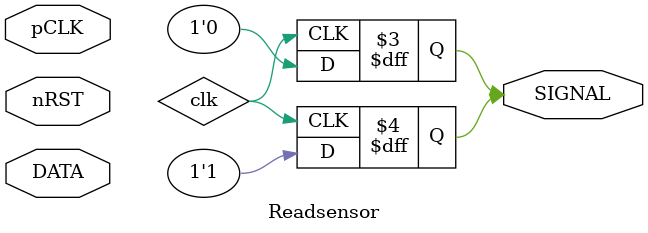
<source format=v>
module DigitalClock (pCLK, nRST, TSW, DLED, SLED0, SLED1, SLED2, SLED3);
   input pCLK, nRST;
   input [7:0] TSW;
   output [7:0] DLED, SLED0, SLED1, SLED2, SLED3;

   //変数
   reg [3:0] cnt3, cnt2, cnt1, cnt0;
	reg [5:0] sec;//秒カウンタ
   reg       cy0, cy1, cy2, cy3, cy4;//繰り上げcy4は時間1桁目が4になった時のフラグ
	reg [22:0] div;	//分周回路用
   reg clk;
	reg switch_h;//12時間表記と24時間表記を切り替えるための変数
	reg [22:0] divFigure;

	assign SLED3 = dec_led( cnt3 );
	assign SLED2 = dec_led( cnt2 );
   assign SLED1 = dec_led( cnt1 );
   assign SLED0 = dec_led( cnt0 );
	assign DLED  = led ( sec );


   always @( posedge pCLK or negedge nRST ) begin

      if ( nRST == 1'b0 ) begin
         div <= 0; // divは何bitでしょう？
         clk <= 1'b0;
      end else if ( div == divFigure ) begin
         div <= 0;
         clk <= 1'b1;
      end else begin
         div <= div + 1'b1;
         clk <= 1'b0;
      end
   end


	always @( posedge pCLK or negedge nRST)begin	//切り替え用のスイッチを読む
	if ( pCLK == 1'b1 ) begin	//スイッチはクロックの立ち上がりの時に読まないとだめらしい
			//時間が進む速さ切り替え
			if (TSW[0] == 1) begin
				divFigure <= 7999999;
			end else if (TSW[0] == 0) begin
				divFigure <= 399;//実験用で速くしておく。もとは3999999
			end

			//12/24時間切り替え
			if(TSW[1] == 0) begin
				switch_h <= 1'b1;
			end else begin
				switch_h <= 1'b0;
			end
		end
	end



   // 秒done
   always @( posedge clk or negedge nRST ) begin//div[15]がいい感じデフォ22//div[22]&div[21]&div[20]
      if ( nRST == 1'b0 ) begin
         sec <= 6'b000000;
         cy0  <= 1'b0;
      end else if ( sec == 59 ) begin
         sec <= 6'b000000;
         cy0  <= 1'b1;
      end else begin
			if(TSW[7] == 0) begin
				sec <= sec;
			end else begin
				sec <= sec + 1'b1;
				cy0  <= 1'b0;
			end
      end
   end

   // 分1桁目done
   always @( posedge cy0 or negedge nRST ) begin
      if ( nRST == 1'b0 ) begin
         cnt0 <= 4'b0000;
			cy1  <= 1'b0;
      end else if ( cnt0 == 9 ) begin
         cnt0 <= 4'b0000;
			cy1  <= 1'b1;
      end else begin
         cnt0 <= cnt0 + 1'b1;
			cy1  <= 1'b0;
      end
   end

	// 分2桁目done
   always @( posedge cy1 or negedge nRST ) begin
      if ( nRST == 1'b0 ) begin
         cnt1 <= 4'b0000;
			cy2  <= 1'b0;
      end else if ( cnt1 == 5 ) begin
         cnt1 <= 4'b0000;
			cy2  <= 1'b1;
      end else begin
         cnt1 <= cnt1 + 1'b1;
			cy2  <= 1'b0;
      end
   end

	//時間, 1つのalways文にまとめたやつ
	always @( posedge cy2 or negedge nRST ) begin
      if ( nRST == 1'b0 ) begin
         cnt2 <= 4'b0000;
			cnt3 <= 4'b0000;
      end else begin//12時間↓↓↓
			if(switch_h == 1'b0) begin
				if ( cnt3 == 4'b0000 ) begin
					cnt2 <= cnt2 + 1'b1;
					if(cnt2 == 4'h9) begin
						cnt2 <= 4'b0000;
						cnt3 <= cnt3 + 1'b1;
					end
				end else begin
					cnt2 <= cnt2 + 1'b1;
					if(cnt2 == 4'h1) begin
						cnt2 <= 4'b0000;
						cnt3 <= 4'b0000;
					end
				end
			end else begin//24時間↓↓↓
				if(switch_h == 1'b1) begin
					if ( cnt3 == 4'b0000 ) begin
						cnt2 <= cnt2 + 1'b1;
						if(cnt2 == 4'd9) begin
							cnt2 <= 4'b0000;
							cnt3 <= cnt3 + 1'b1;
						end
					end else if ( cnt3 == 4'b0001) begin
						cnt2 <= cnt2 + 1'b1;
						if(cnt2 == 4'd9) begin
							cnt2 <= 4'b0000;
							cnt3 <= cnt3 + 1'b1;
						end
					end else if ( cnt3 == 4'b0010 )begin
						cnt2 <= cnt2 + 1'b1;
						if(cnt2 == 4'd3) begin
							cnt2 <= 4'b0000;
							cnt3 <= 4'b0000;
						end
					end
				end
			end
		end
   end


   //7セグの数字を表示
   function [7:0] dec_led;
      input[3:0] in;
      begin
         case ( in )
            4'b0000: dec_led = 8'b11000000;
            4'b0001: dec_led = 8'b11111001;
            4'b0010: dec_led = 8'b10100100;
            4'b0011: dec_led = 8'b10110000;
            4'b0100: dec_led = 8'b10011001;
            4'b0101: dec_led = 8'b10010010;
            4'b0110: dec_led = 8'b10000010;
            4'b0111: dec_led = 8'b11011000;
            4'b1000: dec_led = 8'b10000000;
            4'b1001: dec_led = 8'b10010000;
            default: dec_led = 8'b01111111;
         endcase
      end
   endfunction

	//DLEDの表示用
	function [7:0] led;
		input[7:0] in;
		//ビットシフトで秒を表示
		if(in == 0) begin
			led = 8'b11111111;
		end
		else begin
			led = ~(8'b11111111 & in);
		end
	endfunction
endmodule

module Readsensor(pCLK, nRST, DATA, SIGNAL);
	input pCLK, nRST;
	input DATA;
	output SIGNAL;

	always @(posedge clk)
  		#22 SIGNAL = 1;	//SIGNALをHIGHにして18msまつ
	always @(posedge clk)
  		#1 SIGNAL = 0;	//SIGNALをLOWにして40us待つ//受信の処理はuart,とか見ながら
endmodule

/*
参考サイト
https://akizukidenshi.com/goodsaffix/DHT11_20180119.pdf
https://jp-seemore.com/iot/11638/#toc7
https://jp-seemore.com/iot/11763/
https://os.mbed.com/users/fossum_13/code/DHT11//file/5da6f6de3e42/Dht11.cpp/
*/

</source>
